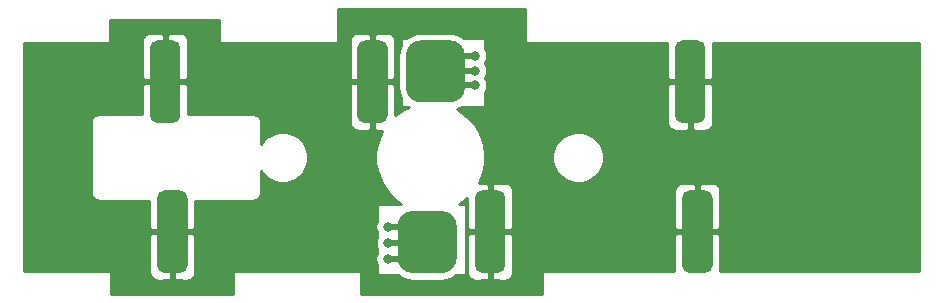
<source format=gtl>
%TF.GenerationSoftware,KiCad,Pcbnew,(5.1.9-0-10_14)*%
%TF.CreationDate,2021-09-11T10:47:45-05:00*%
%TF.ProjectId,OwlSat_Official_USB,4f776c53-6174-45f4-9f66-66696369616c,4*%
%TF.SameCoordinates,Original*%
%TF.FileFunction,Copper,L1,Top*%
%TF.FilePolarity,Positive*%
%FSLAX46Y46*%
G04 Gerber Fmt 4.6, Leading zero omitted, Abs format (unit mm)*
G04 Created by KiCad (PCBNEW (5.1.9-0-10_14)) date 2021-09-11 10:47:45*
%MOMM*%
%LPD*%
G01*
G04 APERTURE LIST*
%TA.AperFunction,ViaPad*%
%ADD10C,0.800000*%
%TD*%
%TA.AperFunction,Conductor*%
%ADD11C,0.500000*%
%TD*%
%TA.AperFunction,Conductor*%
%ADD12C,0.254000*%
%TD*%
%TA.AperFunction,Conductor*%
%ADD13C,0.100000*%
%TD*%
G04 APERTURE END LIST*
%TO.P,U1,4*%
%TO.N,Net-(U1-Pad1)*%
%TA.AperFunction,SMDPad,CuDef*%
G36*
G01*
X127450000Y-85660000D02*
X127450000Y-91360000D01*
G75*
G02*
X126800000Y-92010000I-650000J0D01*
G01*
X125500000Y-92010000D01*
G75*
G02*
X124850000Y-91360000I0J650000D01*
G01*
X124850000Y-85660000D01*
G75*
G02*
X125500000Y-85010000I650000J0D01*
G01*
X126800000Y-85010000D01*
G75*
G02*
X127450000Y-85660000I0J-650000D01*
G01*
G37*
%TD.AperFunction*%
%TO.P,U1,3*%
%TA.AperFunction,SMDPad,CuDef*%
G36*
G01*
X145000000Y-85660000D02*
X145000000Y-91360000D01*
G75*
G02*
X144350000Y-92010000I-650000J0D01*
G01*
X143050000Y-92010000D01*
G75*
G02*
X142400000Y-91360000I0J650000D01*
G01*
X142400000Y-85660000D01*
G75*
G02*
X143050000Y-85010000I650000J0D01*
G01*
X144350000Y-85010000D01*
G75*
G02*
X145000000Y-85660000I0J-650000D01*
G01*
G37*
%TD.AperFunction*%
%TO.P,U1,2*%
%TO.N,Net-(U1-Pad2)*%
%TA.AperFunction,SMDPad,CuDef*%
G36*
G01*
X151530000Y-86255000D02*
X151530000Y-89005000D01*
G75*
G02*
X150280000Y-90255000I-1250000J0D01*
G01*
X147780000Y-90255000D01*
G75*
G02*
X146530000Y-89005000I0J1250000D01*
G01*
X146530000Y-86255000D01*
G75*
G02*
X147780000Y-85005000I1250000J0D01*
G01*
X150280000Y-85005000D01*
G75*
G02*
X151530000Y-86255000I0J-1250000D01*
G01*
G37*
%TD.AperFunction*%
%TO.P,U1,1*%
%TO.N,Net-(U1-Pad1)*%
%TA.AperFunction,SMDPad,CuDef*%
G36*
G01*
X171900000Y-85660000D02*
X171900000Y-91360000D01*
G75*
G02*
X171250000Y-92010000I-650000J0D01*
G01*
X169950000Y-92010000D01*
G75*
G02*
X169300000Y-91360000I0J650000D01*
G01*
X169300000Y-85660000D01*
G75*
G02*
X169950000Y-85010000I650000J0D01*
G01*
X171250000Y-85010000D01*
G75*
G02*
X171900000Y-85660000I0J-650000D01*
G01*
G37*
%TD.AperFunction*%
%TD*%
%TO.P,U2,1*%
%TO.N,Net-(U1-Pad1)*%
%TA.AperFunction,SMDPad,CuDef*%
G36*
G01*
X125460000Y-104050000D02*
X125460000Y-98350000D01*
G75*
G02*
X126110000Y-97700000I650000J0D01*
G01*
X127410000Y-97700000D01*
G75*
G02*
X128060000Y-98350000I0J-650000D01*
G01*
X128060000Y-104050000D01*
G75*
G02*
X127410000Y-104700000I-650000J0D01*
G01*
X126110000Y-104700000D01*
G75*
G02*
X125460000Y-104050000I0J650000D01*
G01*
G37*
%TD.AperFunction*%
%TO.P,U2,2*%
%TO.N,Net-(U1-Pad2)*%
%TA.AperFunction,SMDPad,CuDef*%
G36*
G01*
X145830000Y-103455000D02*
X145830000Y-100705000D01*
G75*
G02*
X147080000Y-99455000I1250000J0D01*
G01*
X149580000Y-99455000D01*
G75*
G02*
X150830000Y-100705000I0J-1250000D01*
G01*
X150830000Y-103455000D01*
G75*
G02*
X149580000Y-104705000I-1250000J0D01*
G01*
X147080000Y-104705000D01*
G75*
G02*
X145830000Y-103455000I0J1250000D01*
G01*
G37*
%TD.AperFunction*%
%TO.P,U2,3*%
%TO.N,Net-(U1-Pad1)*%
%TA.AperFunction,SMDPad,CuDef*%
G36*
G01*
X152360000Y-104050000D02*
X152360000Y-98350000D01*
G75*
G02*
X153010000Y-97700000I650000J0D01*
G01*
X154310000Y-97700000D01*
G75*
G02*
X154960000Y-98350000I0J-650000D01*
G01*
X154960000Y-104050000D01*
G75*
G02*
X154310000Y-104700000I-650000J0D01*
G01*
X153010000Y-104700000D01*
G75*
G02*
X152360000Y-104050000I0J650000D01*
G01*
G37*
%TD.AperFunction*%
%TO.P,U2,4*%
%TA.AperFunction,SMDPad,CuDef*%
G36*
G01*
X169910000Y-104050000D02*
X169910000Y-98350000D01*
G75*
G02*
X170560000Y-97700000I650000J0D01*
G01*
X171860000Y-97700000D01*
G75*
G02*
X172510000Y-98350000I0J-650000D01*
G01*
X172510000Y-104050000D01*
G75*
G02*
X171860000Y-104700000I-650000J0D01*
G01*
X170560000Y-104700000D01*
G75*
G02*
X169910000Y-104050000I0J650000D01*
G01*
G37*
%TD.AperFunction*%
%TD*%
D10*
%TO.N,Net-(U1-Pad1)*%
X184010000Y-92980000D03*
X184020000Y-94230000D03*
%TO.N,Net-(U1-Pad2)*%
X152390000Y-88800000D03*
X152400000Y-87560000D03*
X152400000Y-86290000D03*
X144990000Y-100780000D03*
X145010000Y-102160000D03*
X144980000Y-103510000D03*
%TD*%
D11*
%TO.N,Net-(U1-Pad2)*%
X147030000Y-100780000D02*
X148330000Y-102080000D01*
X144990000Y-100780000D02*
X147030000Y-100780000D01*
X148250000Y-102160000D02*
X148330000Y-102080000D01*
X145010000Y-102160000D02*
X148250000Y-102160000D01*
X146900000Y-103510000D02*
X148330000Y-102080000D01*
X144980000Y-103510000D02*
X146900000Y-103510000D01*
X150370000Y-86290000D02*
X149030000Y-87630000D01*
X152400000Y-86290000D02*
X150370000Y-86290000D01*
X149100000Y-87560000D02*
X149030000Y-87630000D01*
X152400000Y-87560000D02*
X149100000Y-87560000D01*
X150200000Y-88800000D02*
X149030000Y-87630000D01*
X152390000Y-88800000D02*
X150200000Y-88800000D01*
%TD*%
D12*
%TO.N,Net-(U1-Pad1)*%
X146083000Y-85443879D02*
X146035649Y-85532466D01*
X145928207Y-85886655D01*
X145891928Y-86255000D01*
X145891928Y-89005000D01*
X145928207Y-89373345D01*
X146035649Y-89727534D01*
X146083000Y-89816121D01*
X146083000Y-90490000D01*
X146085440Y-90514776D01*
X146092667Y-90538601D01*
X146104403Y-90560557D01*
X146120197Y-90579803D01*
X146139443Y-90595597D01*
X146161399Y-90607333D01*
X146185224Y-90614560D01*
X146210000Y-90617000D01*
X146803677Y-90617000D01*
X146403863Y-90782608D01*
X145641039Y-91292311D01*
X145637390Y-91295960D01*
X145635000Y-88795750D01*
X145476250Y-88637000D01*
X143827000Y-88637000D01*
X143827000Y-92486250D01*
X143985750Y-92645000D01*
X144520856Y-92646621D01*
X144482608Y-92703863D01*
X144131519Y-93551468D01*
X143952535Y-94451280D01*
X143952535Y-95368720D01*
X144131519Y-96268532D01*
X144482608Y-97116137D01*
X144992311Y-97878961D01*
X145641039Y-98527689D01*
X146157833Y-98873000D01*
X144190000Y-98873000D01*
X144165224Y-98875440D01*
X144141399Y-98882667D01*
X144119443Y-98894403D01*
X144100197Y-98910197D01*
X144084403Y-98929443D01*
X144072667Y-98951399D01*
X144065440Y-98975224D01*
X144063000Y-99000000D01*
X144063000Y-100313391D01*
X143994774Y-100478102D01*
X143955000Y-100678061D01*
X143955000Y-100881939D01*
X143994774Y-101081898D01*
X144063000Y-101246609D01*
X144063000Y-101741675D01*
X144014774Y-101858102D01*
X143975000Y-102058061D01*
X143975000Y-102261939D01*
X144014774Y-102461898D01*
X144063000Y-102578325D01*
X144063000Y-103019437D01*
X144062795Y-103019744D01*
X143984774Y-103208102D01*
X143945000Y-103408061D01*
X143945000Y-103611939D01*
X143984774Y-103811898D01*
X144062795Y-104000256D01*
X144063000Y-104000563D01*
X144063000Y-104513000D01*
X128697893Y-104513000D01*
X128695000Y-101485750D01*
X128536250Y-101327000D01*
X126887000Y-101327000D01*
X126887000Y-101347000D01*
X126633000Y-101347000D01*
X126633000Y-101327000D01*
X124983750Y-101327000D01*
X124825000Y-101485750D01*
X124822107Y-104513000D01*
X114197000Y-104513000D01*
X114197000Y-91910000D01*
X119846807Y-91910000D01*
X119850000Y-91942419D01*
X119850001Y-97877571D01*
X119846807Y-97910000D01*
X119859550Y-98039383D01*
X119897290Y-98163793D01*
X119958575Y-98278450D01*
X120041052Y-98378948D01*
X120141550Y-98461425D01*
X120256207Y-98522710D01*
X120380617Y-98560450D01*
X120477581Y-98570000D01*
X120510000Y-98573193D01*
X120542419Y-98570000D01*
X124822759Y-98570000D01*
X124825000Y-100914250D01*
X124983750Y-101073000D01*
X126633000Y-101073000D01*
X126633000Y-98570000D01*
X126887000Y-98570000D01*
X126887000Y-101073000D01*
X128536250Y-101073000D01*
X128695000Y-100914250D01*
X128697241Y-98570000D01*
X133577581Y-98570000D01*
X133610000Y-98573193D01*
X133642419Y-98570000D01*
X133739383Y-98560450D01*
X133863793Y-98522710D01*
X133978450Y-98461425D01*
X134078948Y-98378948D01*
X134161425Y-98278450D01*
X134222710Y-98163793D01*
X134260450Y-98039383D01*
X134273193Y-97910000D01*
X134270000Y-97877581D01*
X134270000Y-96061247D01*
X134424837Y-96292977D01*
X134727023Y-96595163D01*
X135082355Y-96832588D01*
X135477179Y-96996130D01*
X135896323Y-97079503D01*
X136323677Y-97079503D01*
X136742821Y-96996130D01*
X137137645Y-96832588D01*
X137492977Y-96595163D01*
X137795163Y-96292977D01*
X138032588Y-95937645D01*
X138196130Y-95542821D01*
X138279503Y-95123677D01*
X138279503Y-94696323D01*
X138196130Y-94277179D01*
X138032588Y-93882355D01*
X137795163Y-93527023D01*
X137492977Y-93224837D01*
X137137645Y-92987412D01*
X136742821Y-92823870D01*
X136323677Y-92740497D01*
X135896323Y-92740497D01*
X135477179Y-92823870D01*
X135082355Y-92987412D01*
X134727023Y-93224837D01*
X134424837Y-93527023D01*
X134270000Y-93758753D01*
X134270000Y-92010000D01*
X141761928Y-92010000D01*
X141774188Y-92134482D01*
X141810498Y-92254180D01*
X141869463Y-92364494D01*
X141948815Y-92461185D01*
X142045506Y-92540537D01*
X142155820Y-92599502D01*
X142275518Y-92635812D01*
X142400000Y-92648072D01*
X143414250Y-92645000D01*
X143573000Y-92486250D01*
X143573000Y-88637000D01*
X141923750Y-88637000D01*
X141765000Y-88795750D01*
X141761928Y-92010000D01*
X134270000Y-92010000D01*
X134270000Y-91942419D01*
X134273193Y-91910000D01*
X134260450Y-91780617D01*
X134222710Y-91656207D01*
X134161425Y-91541550D01*
X134078948Y-91441052D01*
X133978450Y-91358575D01*
X133863793Y-91297290D01*
X133739383Y-91259550D01*
X133642419Y-91250000D01*
X133610000Y-91246807D01*
X133577581Y-91250000D01*
X128087346Y-91250000D01*
X128085000Y-88795750D01*
X127926250Y-88637000D01*
X126277000Y-88637000D01*
X126277000Y-91250000D01*
X126023000Y-91250000D01*
X126023000Y-88637000D01*
X124373750Y-88637000D01*
X124215000Y-88795750D01*
X124212654Y-91250000D01*
X120542419Y-91250000D01*
X120510000Y-91246807D01*
X120477581Y-91250000D01*
X120380617Y-91259550D01*
X120256207Y-91297290D01*
X120141550Y-91358575D01*
X120041052Y-91441052D01*
X119958575Y-91541550D01*
X119897290Y-91656207D01*
X119859550Y-91780617D01*
X119846807Y-91910000D01*
X114197000Y-91910000D01*
X114197000Y-85196983D01*
X124212105Y-85195674D01*
X124215000Y-88224250D01*
X124373750Y-88383000D01*
X126023000Y-88383000D01*
X126023000Y-88363000D01*
X126277000Y-88363000D01*
X126277000Y-88383000D01*
X127926250Y-88383000D01*
X128085000Y-88224250D01*
X128087895Y-85195168D01*
X141762103Y-85193380D01*
X141765000Y-88224250D01*
X141923750Y-88383000D01*
X143573000Y-88383000D01*
X143573000Y-88363000D01*
X143827000Y-88363000D01*
X143827000Y-88383000D01*
X145476250Y-88383000D01*
X145635000Y-88224250D01*
X145637897Y-85192874D01*
X146083000Y-85192816D01*
X146083000Y-85443879D01*
%TA.AperFunction,Conductor*%
D13*
G36*
X146083000Y-85443879D02*
G01*
X146035649Y-85532466D01*
X145928207Y-85886655D01*
X145891928Y-86255000D01*
X145891928Y-89005000D01*
X145928207Y-89373345D01*
X146035649Y-89727534D01*
X146083000Y-89816121D01*
X146083000Y-90490000D01*
X146085440Y-90514776D01*
X146092667Y-90538601D01*
X146104403Y-90560557D01*
X146120197Y-90579803D01*
X146139443Y-90595597D01*
X146161399Y-90607333D01*
X146185224Y-90614560D01*
X146210000Y-90617000D01*
X146803677Y-90617000D01*
X146403863Y-90782608D01*
X145641039Y-91292311D01*
X145637390Y-91295960D01*
X145635000Y-88795750D01*
X145476250Y-88637000D01*
X143827000Y-88637000D01*
X143827000Y-92486250D01*
X143985750Y-92645000D01*
X144520856Y-92646621D01*
X144482608Y-92703863D01*
X144131519Y-93551468D01*
X143952535Y-94451280D01*
X143952535Y-95368720D01*
X144131519Y-96268532D01*
X144482608Y-97116137D01*
X144992311Y-97878961D01*
X145641039Y-98527689D01*
X146157833Y-98873000D01*
X144190000Y-98873000D01*
X144165224Y-98875440D01*
X144141399Y-98882667D01*
X144119443Y-98894403D01*
X144100197Y-98910197D01*
X144084403Y-98929443D01*
X144072667Y-98951399D01*
X144065440Y-98975224D01*
X144063000Y-99000000D01*
X144063000Y-100313391D01*
X143994774Y-100478102D01*
X143955000Y-100678061D01*
X143955000Y-100881939D01*
X143994774Y-101081898D01*
X144063000Y-101246609D01*
X144063000Y-101741675D01*
X144014774Y-101858102D01*
X143975000Y-102058061D01*
X143975000Y-102261939D01*
X144014774Y-102461898D01*
X144063000Y-102578325D01*
X144063000Y-103019437D01*
X144062795Y-103019744D01*
X143984774Y-103208102D01*
X143945000Y-103408061D01*
X143945000Y-103611939D01*
X143984774Y-103811898D01*
X144062795Y-104000256D01*
X144063000Y-104000563D01*
X144063000Y-104513000D01*
X128697893Y-104513000D01*
X128695000Y-101485750D01*
X128536250Y-101327000D01*
X126887000Y-101327000D01*
X126887000Y-101347000D01*
X126633000Y-101347000D01*
X126633000Y-101327000D01*
X124983750Y-101327000D01*
X124825000Y-101485750D01*
X124822107Y-104513000D01*
X114197000Y-104513000D01*
X114197000Y-91910000D01*
X119846807Y-91910000D01*
X119850000Y-91942419D01*
X119850001Y-97877571D01*
X119846807Y-97910000D01*
X119859550Y-98039383D01*
X119897290Y-98163793D01*
X119958575Y-98278450D01*
X120041052Y-98378948D01*
X120141550Y-98461425D01*
X120256207Y-98522710D01*
X120380617Y-98560450D01*
X120477581Y-98570000D01*
X120510000Y-98573193D01*
X120542419Y-98570000D01*
X124822759Y-98570000D01*
X124825000Y-100914250D01*
X124983750Y-101073000D01*
X126633000Y-101073000D01*
X126633000Y-98570000D01*
X126887000Y-98570000D01*
X126887000Y-101073000D01*
X128536250Y-101073000D01*
X128695000Y-100914250D01*
X128697241Y-98570000D01*
X133577581Y-98570000D01*
X133610000Y-98573193D01*
X133642419Y-98570000D01*
X133739383Y-98560450D01*
X133863793Y-98522710D01*
X133978450Y-98461425D01*
X134078948Y-98378948D01*
X134161425Y-98278450D01*
X134222710Y-98163793D01*
X134260450Y-98039383D01*
X134273193Y-97910000D01*
X134270000Y-97877581D01*
X134270000Y-96061247D01*
X134424837Y-96292977D01*
X134727023Y-96595163D01*
X135082355Y-96832588D01*
X135477179Y-96996130D01*
X135896323Y-97079503D01*
X136323677Y-97079503D01*
X136742821Y-96996130D01*
X137137645Y-96832588D01*
X137492977Y-96595163D01*
X137795163Y-96292977D01*
X138032588Y-95937645D01*
X138196130Y-95542821D01*
X138279503Y-95123677D01*
X138279503Y-94696323D01*
X138196130Y-94277179D01*
X138032588Y-93882355D01*
X137795163Y-93527023D01*
X137492977Y-93224837D01*
X137137645Y-92987412D01*
X136742821Y-92823870D01*
X136323677Y-92740497D01*
X135896323Y-92740497D01*
X135477179Y-92823870D01*
X135082355Y-92987412D01*
X134727023Y-93224837D01*
X134424837Y-93527023D01*
X134270000Y-93758753D01*
X134270000Y-92010000D01*
X141761928Y-92010000D01*
X141774188Y-92134482D01*
X141810498Y-92254180D01*
X141869463Y-92364494D01*
X141948815Y-92461185D01*
X142045506Y-92540537D01*
X142155820Y-92599502D01*
X142275518Y-92635812D01*
X142400000Y-92648072D01*
X143414250Y-92645000D01*
X143573000Y-92486250D01*
X143573000Y-88637000D01*
X141923750Y-88637000D01*
X141765000Y-88795750D01*
X141761928Y-92010000D01*
X134270000Y-92010000D01*
X134270000Y-91942419D01*
X134273193Y-91910000D01*
X134260450Y-91780617D01*
X134222710Y-91656207D01*
X134161425Y-91541550D01*
X134078948Y-91441052D01*
X133978450Y-91358575D01*
X133863793Y-91297290D01*
X133739383Y-91259550D01*
X133642419Y-91250000D01*
X133610000Y-91246807D01*
X133577581Y-91250000D01*
X128087346Y-91250000D01*
X128085000Y-88795750D01*
X127926250Y-88637000D01*
X126277000Y-88637000D01*
X126277000Y-91250000D01*
X126023000Y-91250000D01*
X126023000Y-88637000D01*
X124373750Y-88637000D01*
X124215000Y-88795750D01*
X124212654Y-91250000D01*
X120542419Y-91250000D01*
X120510000Y-91246807D01*
X120477581Y-91250000D01*
X120380617Y-91259550D01*
X120256207Y-91297290D01*
X120141550Y-91358575D01*
X120041052Y-91441052D01*
X119958575Y-91541550D01*
X119897290Y-91656207D01*
X119859550Y-91780617D01*
X119846807Y-91910000D01*
X114197000Y-91910000D01*
X114197000Y-85196983D01*
X124212105Y-85195674D01*
X124215000Y-88224250D01*
X124373750Y-88383000D01*
X126023000Y-88383000D01*
X126023000Y-88363000D01*
X126277000Y-88363000D01*
X126277000Y-88383000D01*
X127926250Y-88383000D01*
X128085000Y-88224250D01*
X128087895Y-85195168D01*
X141762103Y-85193380D01*
X141765000Y-88224250D01*
X141923750Y-88383000D01*
X143573000Y-88383000D01*
X143573000Y-88363000D01*
X143827000Y-88363000D01*
X143827000Y-88383000D01*
X145476250Y-88383000D01*
X145635000Y-88224250D01*
X145637897Y-85192874D01*
X146083000Y-85192816D01*
X146083000Y-85443879D01*
G37*
%TD.AperFunction*%
D12*
X189950001Y-104513000D02*
X173147893Y-104513000D01*
X173145000Y-101485750D01*
X172986250Y-101327000D01*
X171337000Y-101327000D01*
X171337000Y-101347000D01*
X171083000Y-101347000D01*
X171083000Y-101327000D01*
X169433750Y-101327000D01*
X169275000Y-101485750D01*
X169272107Y-104513000D01*
X155597893Y-104513000D01*
X155595000Y-101485750D01*
X155436250Y-101327000D01*
X153787000Y-101327000D01*
X153787000Y-101347000D01*
X153533000Y-101347000D01*
X153533000Y-101327000D01*
X151883750Y-101327000D01*
X151725000Y-101485750D01*
X151722107Y-104513000D01*
X151627000Y-104513000D01*
X151627000Y-99000000D01*
X151624560Y-98975224D01*
X151617333Y-98951399D01*
X151605597Y-98929443D01*
X151589803Y-98910197D01*
X151570557Y-98894403D01*
X151548601Y-98882667D01*
X151524776Y-98875440D01*
X151500000Y-98873000D01*
X151062167Y-98873000D01*
X151578961Y-98527689D01*
X151722582Y-98384068D01*
X151725000Y-100914250D01*
X151883750Y-101073000D01*
X153533000Y-101073000D01*
X153533000Y-97223750D01*
X153787000Y-97223750D01*
X153787000Y-101073000D01*
X155436250Y-101073000D01*
X155595000Y-100914250D01*
X155598072Y-97700000D01*
X169271928Y-97700000D01*
X169275000Y-100914250D01*
X169433750Y-101073000D01*
X171083000Y-101073000D01*
X171083000Y-97223750D01*
X171337000Y-97223750D01*
X171337000Y-101073000D01*
X172986250Y-101073000D01*
X173145000Y-100914250D01*
X173148072Y-97700000D01*
X173135812Y-97575518D01*
X173099502Y-97455820D01*
X173040537Y-97345506D01*
X172961185Y-97248815D01*
X172864494Y-97169463D01*
X172754180Y-97110498D01*
X172634482Y-97074188D01*
X172510000Y-97061928D01*
X171495750Y-97065000D01*
X171337000Y-97223750D01*
X171083000Y-97223750D01*
X170924250Y-97065000D01*
X169910000Y-97061928D01*
X169785518Y-97074188D01*
X169665820Y-97110498D01*
X169555506Y-97169463D01*
X169458815Y-97248815D01*
X169379463Y-97345506D01*
X169320498Y-97455820D01*
X169284188Y-97575518D01*
X169271928Y-97700000D01*
X155598072Y-97700000D01*
X155585812Y-97575518D01*
X155549502Y-97455820D01*
X155490537Y-97345506D01*
X155411185Y-97248815D01*
X155314494Y-97169463D01*
X155204180Y-97110498D01*
X155084482Y-97074188D01*
X154960000Y-97061928D01*
X153945750Y-97065000D01*
X153787000Y-97223750D01*
X153533000Y-97223750D01*
X153374250Y-97065000D01*
X152759345Y-97063138D01*
X153088481Y-96268532D01*
X153267465Y-95368720D01*
X153267465Y-94696323D01*
X158940497Y-94696323D01*
X158940497Y-95123677D01*
X159023870Y-95542821D01*
X159187412Y-95937645D01*
X159424837Y-96292977D01*
X159727023Y-96595163D01*
X160082355Y-96832588D01*
X160477179Y-96996130D01*
X160896323Y-97079503D01*
X161323677Y-97079503D01*
X161742821Y-96996130D01*
X162137645Y-96832588D01*
X162492977Y-96595163D01*
X162795163Y-96292977D01*
X163032588Y-95937645D01*
X163196130Y-95542821D01*
X163279503Y-95123677D01*
X163279503Y-94696323D01*
X163196130Y-94277179D01*
X163032588Y-93882355D01*
X162795163Y-93527023D01*
X162492977Y-93224837D01*
X162137645Y-92987412D01*
X161742821Y-92823870D01*
X161323677Y-92740497D01*
X160896323Y-92740497D01*
X160477179Y-92823870D01*
X160082355Y-92987412D01*
X159727023Y-93224837D01*
X159424837Y-93527023D01*
X159187412Y-93882355D01*
X159023870Y-94277179D01*
X158940497Y-94696323D01*
X153267465Y-94696323D01*
X153267465Y-94451280D01*
X153088481Y-93551468D01*
X152737392Y-92703863D01*
X152273768Y-92010000D01*
X168661928Y-92010000D01*
X168674188Y-92134482D01*
X168710498Y-92254180D01*
X168769463Y-92364494D01*
X168848815Y-92461185D01*
X168945506Y-92540537D01*
X169055820Y-92599502D01*
X169175518Y-92635812D01*
X169300000Y-92648072D01*
X170314250Y-92645000D01*
X170473000Y-92486250D01*
X170473000Y-88637000D01*
X170727000Y-88637000D01*
X170727000Y-92486250D01*
X170885750Y-92645000D01*
X171900000Y-92648072D01*
X172024482Y-92635812D01*
X172144180Y-92599502D01*
X172254494Y-92540537D01*
X172351185Y-92461185D01*
X172430537Y-92364494D01*
X172489502Y-92254180D01*
X172525812Y-92134482D01*
X172538072Y-92010000D01*
X172535000Y-88795750D01*
X172376250Y-88637000D01*
X170727000Y-88637000D01*
X170473000Y-88637000D01*
X168823750Y-88637000D01*
X168665000Y-88795750D01*
X168661928Y-92010000D01*
X152273768Y-92010000D01*
X152227689Y-91941039D01*
X151578961Y-91292311D01*
X150840105Y-90798623D01*
X151002534Y-90749351D01*
X151250145Y-90617000D01*
X153140000Y-90617000D01*
X153164776Y-90614560D01*
X153188601Y-90607333D01*
X153210557Y-90595597D01*
X153229803Y-90579803D01*
X153245597Y-90560557D01*
X153257333Y-90538601D01*
X153264560Y-90514776D01*
X153267000Y-90490000D01*
X153267000Y-89350427D01*
X153307205Y-89290256D01*
X153385226Y-89101898D01*
X153425000Y-88901939D01*
X153425000Y-88698061D01*
X153385226Y-88498102D01*
X153307205Y-88309744D01*
X153267000Y-88249573D01*
X153267000Y-88125393D01*
X153317205Y-88050256D01*
X153395226Y-87861898D01*
X153435000Y-87661939D01*
X153435000Y-87458061D01*
X153395226Y-87258102D01*
X153317205Y-87069744D01*
X153267000Y-86994607D01*
X153267000Y-86855393D01*
X153317205Y-86780256D01*
X153395226Y-86591898D01*
X153435000Y-86391939D01*
X153435000Y-86188061D01*
X153395226Y-85988102D01*
X153317205Y-85799744D01*
X153267000Y-85724607D01*
X153267000Y-85191877D01*
X168662100Y-85189865D01*
X168665000Y-88224250D01*
X168823750Y-88383000D01*
X170473000Y-88383000D01*
X170473000Y-88363000D01*
X170727000Y-88363000D01*
X170727000Y-88383000D01*
X172376250Y-88383000D01*
X172535000Y-88224250D01*
X172537901Y-85189358D01*
X189950000Y-85187083D01*
X189950001Y-104513000D01*
%TA.AperFunction,Conductor*%
D13*
G36*
X189950001Y-104513000D02*
G01*
X173147893Y-104513000D01*
X173145000Y-101485750D01*
X172986250Y-101327000D01*
X171337000Y-101327000D01*
X171337000Y-101347000D01*
X171083000Y-101347000D01*
X171083000Y-101327000D01*
X169433750Y-101327000D01*
X169275000Y-101485750D01*
X169272107Y-104513000D01*
X155597893Y-104513000D01*
X155595000Y-101485750D01*
X155436250Y-101327000D01*
X153787000Y-101327000D01*
X153787000Y-101347000D01*
X153533000Y-101347000D01*
X153533000Y-101327000D01*
X151883750Y-101327000D01*
X151725000Y-101485750D01*
X151722107Y-104513000D01*
X151627000Y-104513000D01*
X151627000Y-99000000D01*
X151624560Y-98975224D01*
X151617333Y-98951399D01*
X151605597Y-98929443D01*
X151589803Y-98910197D01*
X151570557Y-98894403D01*
X151548601Y-98882667D01*
X151524776Y-98875440D01*
X151500000Y-98873000D01*
X151062167Y-98873000D01*
X151578961Y-98527689D01*
X151722582Y-98384068D01*
X151725000Y-100914250D01*
X151883750Y-101073000D01*
X153533000Y-101073000D01*
X153533000Y-97223750D01*
X153787000Y-97223750D01*
X153787000Y-101073000D01*
X155436250Y-101073000D01*
X155595000Y-100914250D01*
X155598072Y-97700000D01*
X169271928Y-97700000D01*
X169275000Y-100914250D01*
X169433750Y-101073000D01*
X171083000Y-101073000D01*
X171083000Y-97223750D01*
X171337000Y-97223750D01*
X171337000Y-101073000D01*
X172986250Y-101073000D01*
X173145000Y-100914250D01*
X173148072Y-97700000D01*
X173135812Y-97575518D01*
X173099502Y-97455820D01*
X173040537Y-97345506D01*
X172961185Y-97248815D01*
X172864494Y-97169463D01*
X172754180Y-97110498D01*
X172634482Y-97074188D01*
X172510000Y-97061928D01*
X171495750Y-97065000D01*
X171337000Y-97223750D01*
X171083000Y-97223750D01*
X170924250Y-97065000D01*
X169910000Y-97061928D01*
X169785518Y-97074188D01*
X169665820Y-97110498D01*
X169555506Y-97169463D01*
X169458815Y-97248815D01*
X169379463Y-97345506D01*
X169320498Y-97455820D01*
X169284188Y-97575518D01*
X169271928Y-97700000D01*
X155598072Y-97700000D01*
X155585812Y-97575518D01*
X155549502Y-97455820D01*
X155490537Y-97345506D01*
X155411185Y-97248815D01*
X155314494Y-97169463D01*
X155204180Y-97110498D01*
X155084482Y-97074188D01*
X154960000Y-97061928D01*
X153945750Y-97065000D01*
X153787000Y-97223750D01*
X153533000Y-97223750D01*
X153374250Y-97065000D01*
X152759345Y-97063138D01*
X153088481Y-96268532D01*
X153267465Y-95368720D01*
X153267465Y-94696323D01*
X158940497Y-94696323D01*
X158940497Y-95123677D01*
X159023870Y-95542821D01*
X159187412Y-95937645D01*
X159424837Y-96292977D01*
X159727023Y-96595163D01*
X160082355Y-96832588D01*
X160477179Y-96996130D01*
X160896323Y-97079503D01*
X161323677Y-97079503D01*
X161742821Y-96996130D01*
X162137645Y-96832588D01*
X162492977Y-96595163D01*
X162795163Y-96292977D01*
X163032588Y-95937645D01*
X163196130Y-95542821D01*
X163279503Y-95123677D01*
X163279503Y-94696323D01*
X163196130Y-94277179D01*
X163032588Y-93882355D01*
X162795163Y-93527023D01*
X162492977Y-93224837D01*
X162137645Y-92987412D01*
X161742821Y-92823870D01*
X161323677Y-92740497D01*
X160896323Y-92740497D01*
X160477179Y-92823870D01*
X160082355Y-92987412D01*
X159727023Y-93224837D01*
X159424837Y-93527023D01*
X159187412Y-93882355D01*
X159023870Y-94277179D01*
X158940497Y-94696323D01*
X153267465Y-94696323D01*
X153267465Y-94451280D01*
X153088481Y-93551468D01*
X152737392Y-92703863D01*
X152273768Y-92010000D01*
X168661928Y-92010000D01*
X168674188Y-92134482D01*
X168710498Y-92254180D01*
X168769463Y-92364494D01*
X168848815Y-92461185D01*
X168945506Y-92540537D01*
X169055820Y-92599502D01*
X169175518Y-92635812D01*
X169300000Y-92648072D01*
X170314250Y-92645000D01*
X170473000Y-92486250D01*
X170473000Y-88637000D01*
X170727000Y-88637000D01*
X170727000Y-92486250D01*
X170885750Y-92645000D01*
X171900000Y-92648072D01*
X172024482Y-92635812D01*
X172144180Y-92599502D01*
X172254494Y-92540537D01*
X172351185Y-92461185D01*
X172430537Y-92364494D01*
X172489502Y-92254180D01*
X172525812Y-92134482D01*
X172538072Y-92010000D01*
X172535000Y-88795750D01*
X172376250Y-88637000D01*
X170727000Y-88637000D01*
X170473000Y-88637000D01*
X168823750Y-88637000D01*
X168665000Y-88795750D01*
X168661928Y-92010000D01*
X152273768Y-92010000D01*
X152227689Y-91941039D01*
X151578961Y-91292311D01*
X150840105Y-90798623D01*
X151002534Y-90749351D01*
X151250145Y-90617000D01*
X153140000Y-90617000D01*
X153164776Y-90614560D01*
X153188601Y-90607333D01*
X153210557Y-90595597D01*
X153229803Y-90579803D01*
X153245597Y-90560557D01*
X153257333Y-90538601D01*
X153264560Y-90514776D01*
X153267000Y-90490000D01*
X153267000Y-89350427D01*
X153307205Y-89290256D01*
X153385226Y-89101898D01*
X153425000Y-88901939D01*
X153425000Y-88698061D01*
X153385226Y-88498102D01*
X153307205Y-88309744D01*
X153267000Y-88249573D01*
X153267000Y-88125393D01*
X153317205Y-88050256D01*
X153395226Y-87861898D01*
X153435000Y-87661939D01*
X153435000Y-87458061D01*
X153395226Y-87258102D01*
X153317205Y-87069744D01*
X153267000Y-86994607D01*
X153267000Y-86855393D01*
X153317205Y-86780256D01*
X153395226Y-86591898D01*
X153435000Y-86391939D01*
X153435000Y-86188061D01*
X153395226Y-85988102D01*
X153317205Y-85799744D01*
X153267000Y-85724607D01*
X153267000Y-85191877D01*
X168662100Y-85189865D01*
X168665000Y-88224250D01*
X168823750Y-88383000D01*
X170473000Y-88383000D01*
X170473000Y-88363000D01*
X170727000Y-88363000D01*
X170727000Y-88383000D01*
X172376250Y-88383000D01*
X172535000Y-88224250D01*
X172537901Y-85189358D01*
X189950000Y-85187083D01*
X189950001Y-104513000D01*
G37*
%TD.AperFunction*%
%TD*%
D12*
%TO.N,Net-(U1-Pad1)*%
X156603000Y-85173079D02*
X153267000Y-85175150D01*
X153267000Y-84940000D01*
X153264560Y-84915224D01*
X153257333Y-84891399D01*
X153245597Y-84869443D01*
X153229803Y-84850197D01*
X153210557Y-84834403D01*
X153188601Y-84822667D01*
X153164776Y-84815440D01*
X153140000Y-84813000D01*
X151484773Y-84813000D01*
X151328957Y-84685126D01*
X151002534Y-84510649D01*
X150648345Y-84403207D01*
X150280000Y-84366928D01*
X147780000Y-84366928D01*
X147411655Y-84403207D01*
X147057466Y-84510649D01*
X146731043Y-84685126D01*
X146575227Y-84813000D01*
X146210000Y-84813000D01*
X146185224Y-84815440D01*
X146161399Y-84822667D01*
X146139443Y-84834403D01*
X146120197Y-84850197D01*
X146104403Y-84869443D01*
X146092667Y-84891399D01*
X146085440Y-84915224D01*
X146083000Y-84940000D01*
X146083000Y-85179609D01*
X145637910Y-85179885D01*
X145638072Y-85010000D01*
X145625812Y-84885518D01*
X145589502Y-84765820D01*
X145530537Y-84655506D01*
X145451185Y-84558815D01*
X145354494Y-84479463D01*
X145244180Y-84420498D01*
X145124482Y-84384188D01*
X145000000Y-84371928D01*
X143985750Y-84375000D01*
X143827000Y-84533750D01*
X143827000Y-85181009D01*
X143573000Y-85181167D01*
X143573000Y-84533750D01*
X143414250Y-84375000D01*
X142400000Y-84371928D01*
X142275518Y-84384188D01*
X142155820Y-84420498D01*
X142045506Y-84479463D01*
X141948815Y-84558815D01*
X141869463Y-84655506D01*
X141810498Y-84765820D01*
X141774188Y-84885518D01*
X141761928Y-85010000D01*
X141762093Y-85182291D01*
X140747409Y-85182921D01*
X140756592Y-82327000D01*
X156603000Y-82327000D01*
X156603000Y-85173079D01*
%TA.AperFunction,Conductor*%
D13*
G36*
X156603000Y-85173079D02*
G01*
X153267000Y-85175150D01*
X153267000Y-84940000D01*
X153264560Y-84915224D01*
X153257333Y-84891399D01*
X153245597Y-84869443D01*
X153229803Y-84850197D01*
X153210557Y-84834403D01*
X153188601Y-84822667D01*
X153164776Y-84815440D01*
X153140000Y-84813000D01*
X151484773Y-84813000D01*
X151328957Y-84685126D01*
X151002534Y-84510649D01*
X150648345Y-84403207D01*
X150280000Y-84366928D01*
X147780000Y-84366928D01*
X147411655Y-84403207D01*
X147057466Y-84510649D01*
X146731043Y-84685126D01*
X146575227Y-84813000D01*
X146210000Y-84813000D01*
X146185224Y-84815440D01*
X146161399Y-84822667D01*
X146139443Y-84834403D01*
X146120197Y-84850197D01*
X146104403Y-84869443D01*
X146092667Y-84891399D01*
X146085440Y-84915224D01*
X146083000Y-84940000D01*
X146083000Y-85179609D01*
X145637910Y-85179885D01*
X145638072Y-85010000D01*
X145625812Y-84885518D01*
X145589502Y-84765820D01*
X145530537Y-84655506D01*
X145451185Y-84558815D01*
X145354494Y-84479463D01*
X145244180Y-84420498D01*
X145124482Y-84384188D01*
X145000000Y-84371928D01*
X143985750Y-84375000D01*
X143827000Y-84533750D01*
X143827000Y-85181009D01*
X143573000Y-85181167D01*
X143573000Y-84533750D01*
X143414250Y-84375000D01*
X142400000Y-84371928D01*
X142275518Y-84384188D01*
X142155820Y-84420498D01*
X142045506Y-84479463D01*
X141948815Y-84558815D01*
X141869463Y-84655506D01*
X141810498Y-84765820D01*
X141774188Y-84885518D01*
X141761928Y-85010000D01*
X141762093Y-85182291D01*
X140747409Y-85182921D01*
X140756592Y-82327000D01*
X156603000Y-82327000D01*
X156603000Y-85173079D01*
G37*
%TD.AperFunction*%
%TD*%
D12*
%TO.N,Net-(U1-Pad1)*%
X144063000Y-104770000D02*
X144065440Y-104794776D01*
X144072667Y-104818601D01*
X144084403Y-104840557D01*
X144100197Y-104859803D01*
X144119443Y-104875597D01*
X144141399Y-104887333D01*
X144165224Y-104894560D01*
X144190000Y-104897000D01*
X145875227Y-104897000D01*
X146031043Y-105024874D01*
X146357466Y-105199351D01*
X146711655Y-105306793D01*
X147080000Y-105343072D01*
X149580000Y-105343072D01*
X149948345Y-105306793D01*
X150302534Y-105199351D01*
X150628957Y-105024874D01*
X150784773Y-104897000D01*
X151500000Y-104897000D01*
X151524776Y-104894560D01*
X151548601Y-104887333D01*
X151570557Y-104875597D01*
X151589803Y-104859803D01*
X151605597Y-104840557D01*
X151617333Y-104818601D01*
X151624560Y-104794776D01*
X151627000Y-104770000D01*
X151627000Y-104547000D01*
X151722074Y-104547000D01*
X151721928Y-104700000D01*
X151734188Y-104824482D01*
X151770498Y-104944180D01*
X151829463Y-105054494D01*
X151908815Y-105151185D01*
X152005506Y-105230537D01*
X152115820Y-105289502D01*
X152235518Y-105325812D01*
X152360000Y-105338072D01*
X153374250Y-105335000D01*
X153533000Y-105176250D01*
X153533000Y-104547000D01*
X153787000Y-104547000D01*
X153787000Y-105176250D01*
X153945750Y-105335000D01*
X154960000Y-105338072D01*
X155084482Y-105325812D01*
X155204180Y-105289502D01*
X155314494Y-105230537D01*
X155411185Y-105151185D01*
X155490537Y-105054494D01*
X155549502Y-104944180D01*
X155585812Y-104824482D01*
X155598072Y-104700000D01*
X155597926Y-104547000D01*
X158033000Y-104547000D01*
X158033000Y-106492755D01*
X142737000Y-106463245D01*
X142737000Y-104547000D01*
X144063000Y-104547000D01*
X144063000Y-104770000D01*
%TA.AperFunction,Conductor*%
D13*
G36*
X144063000Y-104770000D02*
G01*
X144065440Y-104794776D01*
X144072667Y-104818601D01*
X144084403Y-104840557D01*
X144100197Y-104859803D01*
X144119443Y-104875597D01*
X144141399Y-104887333D01*
X144165224Y-104894560D01*
X144190000Y-104897000D01*
X145875227Y-104897000D01*
X146031043Y-105024874D01*
X146357466Y-105199351D01*
X146711655Y-105306793D01*
X147080000Y-105343072D01*
X149580000Y-105343072D01*
X149948345Y-105306793D01*
X150302534Y-105199351D01*
X150628957Y-105024874D01*
X150784773Y-104897000D01*
X151500000Y-104897000D01*
X151524776Y-104894560D01*
X151548601Y-104887333D01*
X151570557Y-104875597D01*
X151589803Y-104859803D01*
X151605597Y-104840557D01*
X151617333Y-104818601D01*
X151624560Y-104794776D01*
X151627000Y-104770000D01*
X151627000Y-104547000D01*
X151722074Y-104547000D01*
X151721928Y-104700000D01*
X151734188Y-104824482D01*
X151770498Y-104944180D01*
X151829463Y-105054494D01*
X151908815Y-105151185D01*
X152005506Y-105230537D01*
X152115820Y-105289502D01*
X152235518Y-105325812D01*
X152360000Y-105338072D01*
X153374250Y-105335000D01*
X153533000Y-105176250D01*
X153533000Y-104547000D01*
X153787000Y-104547000D01*
X153787000Y-105176250D01*
X153945750Y-105335000D01*
X154960000Y-105338072D01*
X155084482Y-105325812D01*
X155204180Y-105289502D01*
X155314494Y-105230537D01*
X155411185Y-105151185D01*
X155490537Y-105054494D01*
X155549502Y-104944180D01*
X155585812Y-104824482D01*
X155598072Y-104700000D01*
X155597926Y-104547000D01*
X158033000Y-104547000D01*
X158033000Y-106492755D01*
X142737000Y-106463245D01*
X142737000Y-104547000D01*
X144063000Y-104547000D01*
X144063000Y-104770000D01*
G37*
%TD.AperFunction*%
%TD*%
D12*
%TO.N,Net-(U1-Pad1)*%
X131903000Y-106503000D02*
X121527000Y-106503000D01*
X121527000Y-104196881D01*
X124822412Y-104193781D01*
X124821928Y-104700000D01*
X124834188Y-104824482D01*
X124870498Y-104944180D01*
X124929463Y-105054494D01*
X125008815Y-105151185D01*
X125105506Y-105230537D01*
X125215820Y-105289502D01*
X125335518Y-105325812D01*
X125460000Y-105338072D01*
X126474250Y-105335000D01*
X126633000Y-105176250D01*
X126633000Y-104192078D01*
X126887000Y-104191839D01*
X126887000Y-105176250D01*
X127045750Y-105335000D01*
X128060000Y-105338072D01*
X128184482Y-105325812D01*
X128304180Y-105289502D01*
X128414494Y-105230537D01*
X128511185Y-105151185D01*
X128590537Y-105054494D01*
X128649502Y-104944180D01*
X128685812Y-104824482D01*
X128698072Y-104700000D01*
X128697585Y-104190135D01*
X131903000Y-104187120D01*
X131903000Y-106503000D01*
%TA.AperFunction,Conductor*%
D13*
G36*
X131903000Y-106503000D02*
G01*
X121527000Y-106503000D01*
X121527000Y-104196881D01*
X124822412Y-104193781D01*
X124821928Y-104700000D01*
X124834188Y-104824482D01*
X124870498Y-104944180D01*
X124929463Y-105054494D01*
X125008815Y-105151185D01*
X125105506Y-105230537D01*
X125215820Y-105289502D01*
X125335518Y-105325812D01*
X125460000Y-105338072D01*
X126474250Y-105335000D01*
X126633000Y-105176250D01*
X126633000Y-104192078D01*
X126887000Y-104191839D01*
X126887000Y-105176250D01*
X127045750Y-105335000D01*
X128060000Y-105338072D01*
X128184482Y-105325812D01*
X128304180Y-105289502D01*
X128414494Y-105230537D01*
X128511185Y-105151185D01*
X128590537Y-105054494D01*
X128649502Y-104944180D01*
X128685812Y-104824482D01*
X128698072Y-104700000D01*
X128697585Y-104190135D01*
X131903000Y-104187120D01*
X131903000Y-106503000D01*
G37*
%TD.AperFunction*%
%TD*%
D12*
%TO.N,Net-(U1-Pad1)*%
X130673000Y-85823000D02*
X128087295Y-85823000D01*
X128088072Y-85010000D01*
X128075812Y-84885518D01*
X128039502Y-84765820D01*
X127980537Y-84655506D01*
X127901185Y-84558815D01*
X127804494Y-84479463D01*
X127694180Y-84420498D01*
X127574482Y-84384188D01*
X127450000Y-84371928D01*
X126435750Y-84375000D01*
X126277000Y-84533750D01*
X126277000Y-85823000D01*
X126023000Y-85823000D01*
X126023000Y-84533750D01*
X125864250Y-84375000D01*
X124850000Y-84371928D01*
X124725518Y-84384188D01*
X124605820Y-84420498D01*
X124495506Y-84479463D01*
X124398815Y-84558815D01*
X124319463Y-84655506D01*
X124260498Y-84765820D01*
X124224188Y-84885518D01*
X124211928Y-85010000D01*
X124212705Y-85823000D01*
X121467000Y-85823000D01*
X121467000Y-83297000D01*
X130673000Y-83297000D01*
X130673000Y-85823000D01*
%TA.AperFunction,Conductor*%
D13*
G36*
X130673000Y-85823000D02*
G01*
X128087295Y-85823000D01*
X128088072Y-85010000D01*
X128075812Y-84885518D01*
X128039502Y-84765820D01*
X127980537Y-84655506D01*
X127901185Y-84558815D01*
X127804494Y-84479463D01*
X127694180Y-84420498D01*
X127574482Y-84384188D01*
X127450000Y-84371928D01*
X126435750Y-84375000D01*
X126277000Y-84533750D01*
X126277000Y-85823000D01*
X126023000Y-85823000D01*
X126023000Y-84533750D01*
X125864250Y-84375000D01*
X124850000Y-84371928D01*
X124725518Y-84384188D01*
X124605820Y-84420498D01*
X124495506Y-84479463D01*
X124398815Y-84558815D01*
X124319463Y-84655506D01*
X124260498Y-84765820D01*
X124224188Y-84885518D01*
X124211928Y-85010000D01*
X124212705Y-85823000D01*
X121467000Y-85823000D01*
X121467000Y-83297000D01*
X130673000Y-83297000D01*
X130673000Y-85823000D01*
G37*
%TD.AperFunction*%
%TD*%
M02*

</source>
